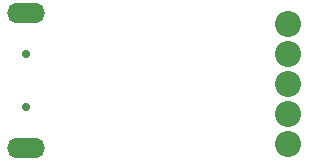
<source format=gbs>
%TF.GenerationSoftware,Altium Limited,Altium Designer,24.7.2 (38)*%
G04 Layer_Color=16711935*
%FSLAX26Y26*%
%MOIN*%
%TF.SameCoordinates,5A157747-18B5-4676-A4C7-82BAAE217A37*%
%TF.FilePolarity,Negative*%
%TF.FileFunction,Soldermask,Bot*%
%TF.Part,Single*%
G01*
G75*
%TA.AperFunction,ComponentPad*%
%ADD48O,0.126110X0.067055*%
%ADD49C,0.027685*%
%ADD50C,0.086740*%
D48*
X110236Y74803D02*
D03*
Y523622D02*
D03*
D49*
Y210630D02*
D03*
Y387795D02*
D03*
D50*
X984252Y489365D02*
D03*
Y189365D02*
D03*
Y89365D02*
D03*
Y289365D02*
D03*
Y389365D02*
D03*
%TF.MD5,fd1ed6cb70c321c7d7580b9811d086c2*%
M02*

</source>
